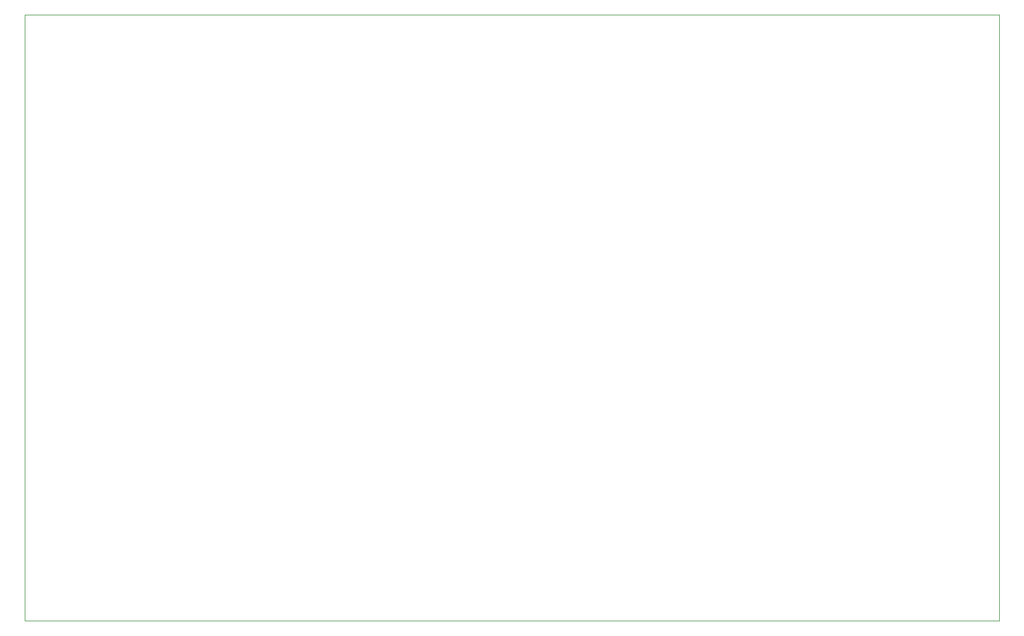
<source format=gko>
G04 Layer_Color=16711935*
%FSLAX25Y25*%
%MOIN*%
G70*
G01*
G75*
%ADD225C,0.00200*%
D225*
X-269291Y-171260D02*
X281890Y-171260D01*
Y171260D01*
X-269291Y171260D02*
X281890Y171260D01*
X-269291Y-171260D02*
Y171260D01*
M02*

</source>
